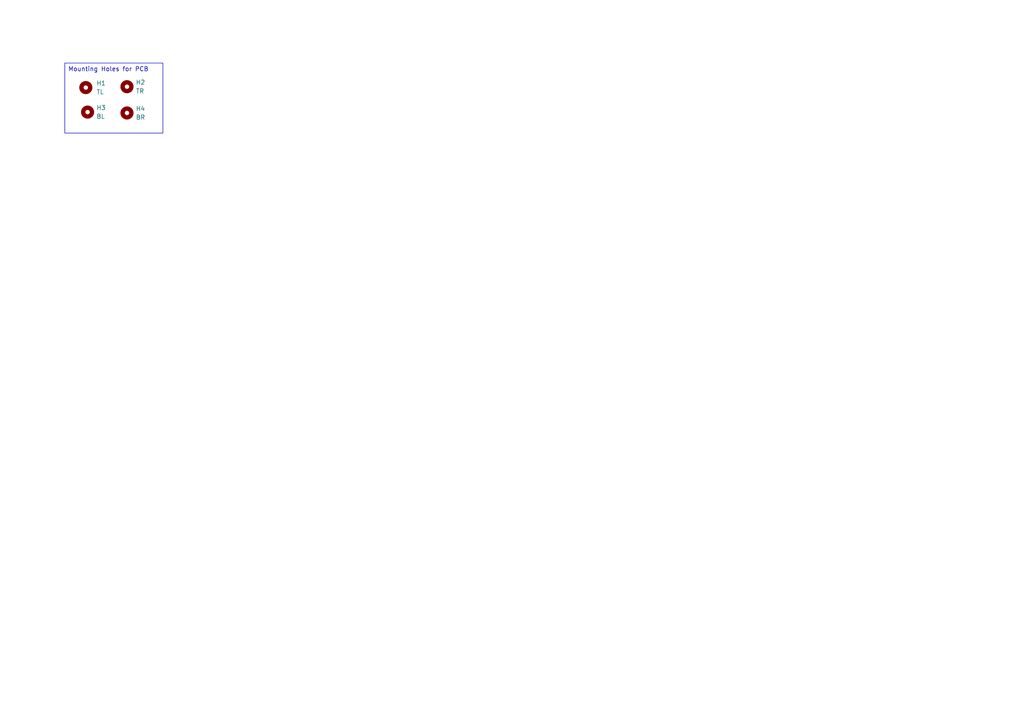
<source format=kicad_sch>
(kicad_sch (version 20230121) (generator eeschema)
  (paper "A4")
  (title_block (title "I2S Audio to AES/EBU Optical Toslink") (date "2023-12-26") (rev "v0.1") (company "Mika Laitio"))
  (lib_symbols
    (symbol "Mechanical:MountingHole" (pin_names (offset 1.016))
      (property "Reference" "H" (at 0 5.08 0))
      (property "Value" "MountingHole" (at 0 3.175 0))
      (symbol "MountingHole_0_1"
        (circle (center 0 0) (radius 1.27) (stroke (width 1.27)))
      )
    )
  )
  (text_box "Mounting Holes for PCB" (at 18.796 18.288 0) (size 28.448 20.32) (effects (font (size 1.27 1.27)) (justify left top)))
  (symbol (lib_id "Mechanical:MountingHole") (at 36.83 25.146 0) (unit 1)
    (property "Reference" "H2" (at 39.37 23.876 0) (effects (justify left)))
    (property "Value" "TR" (at 39.37 26.416 0) (effects (justify left)))
    (property "Footprint" "MountingHole:MountingHole_2.2mm_M2_ISO7380_Pad_TopBottom" (effects hide))
  )
  (symbol (lib_id "Mechanical:MountingHole") (at 24.892 25.4 0) (unit 1)
    (property "Reference" "H1" (at 27.94 24.13 0) (effects (justify left)))
    (property "Value" "TL" (at 27.94 26.67 0) (effects (justify left)))
    (property "Footprint" "MountingHole:MountingHole_2.2mm_M2_ISO7380_Pad_TopBottom" (effects hide))
  )
  (symbol (lib_id "Mechanical:MountingHole") (at 25.4 32.512 0) (unit 1)
    (property "Reference" "H3" (at 27.94 31.242 0) (effects (justify left)))
    (property "Value" "BL" (at 27.94 33.782 0) (effects (justify left)))
    (property "Footprint" "MountingHole:MountingHole_2.2mm_M2_ISO7380_Pad_TopBottom" (effects hide))
  )
  (symbol (lib_id "Mechanical:MountingHole") (at 36.83 32.766 0) (unit 1)
    (property "Reference" "H4" (at 39.37 31.496 0) (effects (justify left)))
    (property "Value" "BR" (at 39.37 34.036 0) (effects (justify left)))
    (property "Footprint" "MountingHole:MountingHole_2.2mm_M2_ISO7380_Pad_TopBottom" (effects hide))
  )
)
</source>
